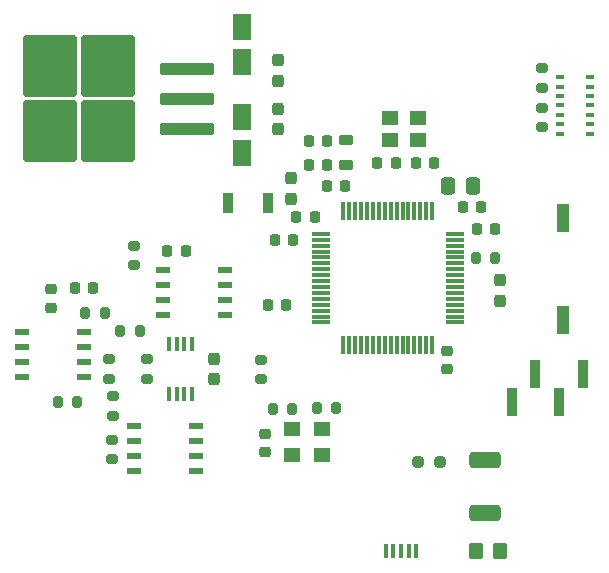
<source format=gbr>
%TF.GenerationSoftware,KiCad,Pcbnew,7.0.2*%
%TF.CreationDate,2023-11-25T19:49:37-03:00*%
%TF.ProjectId,Schematic_monitor,53636865-6d61-4746-9963-5f6d6f6e6974,rev?*%
%TF.SameCoordinates,Original*%
%TF.FileFunction,Paste,Top*%
%TF.FilePolarity,Positive*%
%FSLAX45Y45*%
G04 Gerber Fmt 4.5, Leading zero omitted, Abs format (unit mm)*
G04 Created by KiCad (PCBNEW 7.0.2) date 2023-11-25 19:49:37*
%MOMM*%
%LPD*%
G01*
G04 APERTURE LIST*
G04 Aperture macros list*
%AMRoundRect*
0 Rectangle with rounded corners*
0 $1 Rounding radius*
0 $2 $3 $4 $5 $6 $7 $8 $9 X,Y pos of 4 corners*
0 Add a 4 corners polygon primitive as box body*
4,1,4,$2,$3,$4,$5,$6,$7,$8,$9,$2,$3,0*
0 Add four circle primitives for the rounded corners*
1,1,$1+$1,$2,$3*
1,1,$1+$1,$4,$5*
1,1,$1+$1,$6,$7*
1,1,$1+$1,$8,$9*
0 Add four rect primitives between the rounded corners*
20,1,$1+$1,$2,$3,$4,$5,0*
20,1,$1+$1,$4,$5,$6,$7,0*
20,1,$1+$1,$6,$7,$8,$9,0*
20,1,$1+$1,$8,$9,$2,$3,0*%
G04 Aperture macros list end*
%ADD10R,1.120000X2.440000*%
%ADD11RoundRect,0.200000X-0.275000X0.200000X-0.275000X-0.200000X0.275000X-0.200000X0.275000X0.200000X0*%
%ADD12RoundRect,0.237500X-0.237500X0.287500X-0.237500X-0.287500X0.237500X-0.287500X0.237500X0.287500X0*%
%ADD13RoundRect,0.250000X0.350000X0.450000X-0.350000X0.450000X-0.350000X-0.450000X0.350000X-0.450000X0*%
%ADD14RoundRect,0.200000X0.200000X0.275000X-0.200000X0.275000X-0.200000X-0.275000X0.200000X-0.275000X0*%
%ADD15RoundRect,0.200000X0.275000X-0.200000X0.275000X0.200000X-0.275000X0.200000X-0.275000X-0.200000X0*%
%ADD16R,1.400000X1.200000*%
%ADD17RoundRect,0.225000X-0.225000X-0.250000X0.225000X-0.250000X0.225000X0.250000X-0.225000X0.250000X0*%
%ADD18RoundRect,0.237500X0.250000X0.237500X-0.250000X0.237500X-0.250000X-0.237500X0.250000X-0.237500X0*%
%ADD19RoundRect,0.225000X0.225000X0.250000X-0.225000X0.250000X-0.225000X-0.250000X0.225000X-0.250000X0*%
%ADD20RoundRect,0.250000X-0.337500X-0.475000X0.337500X-0.475000X0.337500X0.475000X-0.337500X0.475000X0*%
%ADD21RoundRect,0.237500X0.237500X-0.300000X0.237500X0.300000X-0.237500X0.300000X-0.237500X-0.300000X0*%
%ADD22RoundRect,0.075000X-0.075000X0.700000X-0.075000X-0.700000X0.075000X-0.700000X0.075000X0.700000X0*%
%ADD23RoundRect,0.075000X-0.700000X0.075000X-0.700000X-0.075000X0.700000X-0.075000X0.700000X0.075000X0*%
%ADD24R,0.450000X1.300000*%
%ADD25RoundRect,0.218750X-0.218750X-0.256250X0.218750X-0.256250X0.218750X0.256250X-0.218750X0.256250X0*%
%ADD26R,1.600000X2.200000*%
%ADD27R,0.381000X1.219200*%
%ADD28R,0.900000X1.700000*%
%ADD29R,1.257300X0.508000*%
%ADD30RoundRect,0.225000X-0.250000X0.225000X-0.250000X-0.225000X0.250000X-0.225000X0.250000X0.225000X0*%
%ADD31RoundRect,0.250000X2.050000X0.300000X-2.050000X0.300000X-2.050000X-0.300000X2.050000X-0.300000X0*%
%ADD32RoundRect,0.250000X2.025000X2.375000X-2.025000X2.375000X-2.025000X-2.375000X2.025000X-2.375000X0*%
%ADD33RoundRect,0.218750X-0.381250X0.218750X-0.381250X-0.218750X0.381250X-0.218750X0.381250X0.218750X0*%
%ADD34RoundRect,0.237500X0.237500X-0.287500X0.237500X0.287500X-0.237500X0.287500X-0.237500X-0.287500X0*%
%ADD35RoundRect,0.200000X-0.200000X-0.275000X0.200000X-0.275000X0.200000X0.275000X-0.200000X0.275000X0*%
%ADD36R,0.850000X2.350000*%
%ADD37R,0.711200X0.304800*%
%ADD38RoundRect,0.250000X-1.075000X0.425000X-1.075000X-0.425000X1.075000X-0.425000X1.075000X0.425000X0*%
G04 APERTURE END LIST*
D10*
%TO.C,SW2*%
X18057792Y-13110996D03*
X18057792Y-13971996D03*
%TD*%
D11*
%TO.C,R2*%
X14247792Y-14622284D03*
X14247792Y-14787284D03*
%TD*%
D12*
%TO.C,FB2*%
X15642192Y-12185596D03*
X15642192Y-12360596D03*
%TD*%
D13*
%TO.C,R10*%
X17524292Y-15931996D03*
X17324292Y-15931996D03*
%TD*%
D14*
%TO.C,R14*%
X15766292Y-14725496D03*
X15601292Y-14725496D03*
%TD*%
D15*
%TO.C,R7*%
X14212792Y-14472284D03*
X14212792Y-14307284D03*
%TD*%
D16*
%TO.C,Y1*%
X16829792Y-12262996D03*
X16589792Y-12262996D03*
X16589792Y-12452996D03*
X16829792Y-12452996D03*
%TD*%
D14*
%TO.C,R1*%
X17483292Y-13447996D03*
X17318292Y-13447996D03*
%TD*%
D17*
%TO.C,C7*%
X17329292Y-13203996D03*
X17484292Y-13203996D03*
%TD*%
D18*
%TO.C,R15*%
X17016042Y-15177496D03*
X16833542Y-15177496D03*
%TD*%
D19*
%TO.C,C3*%
X16060292Y-12660996D03*
X15905292Y-12660996D03*
%TD*%
D11*
%TO.C,R12*%
X17881792Y-12179396D03*
X17881792Y-12344396D03*
%TD*%
D20*
%TO.C,C5*%
X17088042Y-12839996D03*
X17295542Y-12839996D03*
%TD*%
D21*
%TO.C,C15*%
X15106592Y-14474234D03*
X15106592Y-14301734D03*
%TD*%
D22*
%TO.C,U1*%
X16948792Y-13053496D03*
X16898792Y-13053496D03*
X16848792Y-13053496D03*
X16798792Y-13053496D03*
X16748792Y-13053496D03*
X16698792Y-13053496D03*
X16648792Y-13053496D03*
X16598792Y-13053496D03*
X16548792Y-13053496D03*
X16498792Y-13053496D03*
X16448792Y-13053496D03*
X16398792Y-13053496D03*
X16348792Y-13053496D03*
X16298792Y-13053496D03*
X16248792Y-13053496D03*
X16198792Y-13053496D03*
D23*
X16006292Y-13245996D03*
X16006292Y-13295996D03*
X16006292Y-13345996D03*
X16006292Y-13395996D03*
X16006292Y-13445996D03*
X16006292Y-13495996D03*
X16006292Y-13545996D03*
X16006292Y-13595996D03*
X16006292Y-13645996D03*
X16006292Y-13695996D03*
X16006292Y-13745996D03*
X16006292Y-13795996D03*
X16006292Y-13845996D03*
X16006292Y-13895996D03*
X16006292Y-13945996D03*
X16006292Y-13995996D03*
D22*
X16198792Y-14188496D03*
X16248792Y-14188496D03*
X16298792Y-14188496D03*
X16348792Y-14188496D03*
X16398792Y-14188496D03*
X16448792Y-14188496D03*
X16498792Y-14188496D03*
X16548792Y-14188496D03*
X16598792Y-14188496D03*
X16648792Y-14188496D03*
X16698792Y-14188496D03*
X16748792Y-14188496D03*
X16798792Y-14188496D03*
X16848792Y-14188496D03*
X16898792Y-14188496D03*
X16948792Y-14188496D03*
D23*
X17141292Y-13995996D03*
X17141292Y-13945996D03*
X17141292Y-13895996D03*
X17141292Y-13845996D03*
X17141292Y-13795996D03*
X17141292Y-13745996D03*
X17141292Y-13695996D03*
X17141292Y-13645996D03*
X17141292Y-13595996D03*
X17141292Y-13545996D03*
X17141292Y-13495996D03*
X17141292Y-13445996D03*
X17141292Y-13395996D03*
X17141292Y-13345996D03*
X17141292Y-13295996D03*
X17141292Y-13245996D03*
%TD*%
D19*
%TO.C,C14*%
X16640292Y-12644996D03*
X16485292Y-12644996D03*
%TD*%
D24*
%TO.C,J2*%
X16816292Y-15934996D03*
X16751292Y-15934996D03*
X16686292Y-15934996D03*
X16621292Y-15934996D03*
X16556292Y-15934996D03*
%TD*%
D14*
%TO.C,R6*%
X14178292Y-13918784D03*
X14013292Y-13918784D03*
%TD*%
D25*
%TO.C,D3*%
X14704042Y-13388496D03*
X14861542Y-13388496D03*
%TD*%
D26*
%TO.C,C1*%
X15338392Y-12257696D03*
X15338392Y-12557696D03*
%TD*%
D27*
%TO.C,U5*%
X14721292Y-14603874D03*
X14786292Y-14603874D03*
X14851292Y-14603874D03*
X14916292Y-14603874D03*
X14916292Y-14179694D03*
X14851292Y-14179694D03*
X14786292Y-14179694D03*
X14721292Y-14179694D03*
%TD*%
D19*
%TO.C,C8*%
X15772792Y-13296996D03*
X15617792Y-13296996D03*
%TD*%
D11*
%TO.C,R11*%
X17883792Y-11842396D03*
X17883792Y-12007396D03*
%TD*%
D28*
%TO.C,SW1*%
X15222000Y-12981000D03*
X15562000Y-12981000D03*
%TD*%
D29*
%TO.C,U8*%
X14669537Y-13551284D03*
X14669537Y-13678284D03*
X14669537Y-13805284D03*
X14669537Y-13932284D03*
X15194047Y-13932284D03*
X15194047Y-13805284D03*
X15194047Y-13678284D03*
X15194047Y-13551284D03*
%TD*%
D26*
%TO.C,C2*%
X15338392Y-11793296D03*
X15338392Y-11493296D03*
%TD*%
D30*
%TO.C,C16*%
X13725792Y-13716284D03*
X13725792Y-13871284D03*
%TD*%
D19*
%TO.C,C4*%
X16214792Y-12844496D03*
X16059792Y-12844496D03*
%TD*%
D17*
%TO.C,C13*%
X16809292Y-12646996D03*
X16964292Y-12646996D03*
%TD*%
D19*
%TO.C,C17*%
X14079292Y-13702784D03*
X13924292Y-13702784D03*
%TD*%
D31*
%TO.C,U2*%
X14874492Y-12354496D03*
X14874492Y-12100496D03*
D32*
X14201992Y-12377996D03*
X14201992Y-11822996D03*
X13716992Y-12377996D03*
X13716992Y-11822996D03*
D31*
X14874492Y-11846496D03*
%TD*%
D19*
%TO.C,C9*%
X15713792Y-13851996D03*
X15558792Y-13851996D03*
%TD*%
D30*
%TO.C,C18*%
X15535792Y-14941996D03*
X15535792Y-15096996D03*
%TD*%
D33*
%TO.C,FB3*%
X16220792Y-12453746D03*
X16220792Y-12666246D03*
%TD*%
D34*
%TO.C,FB1*%
X15643192Y-11948096D03*
X15643192Y-11773096D03*
%TD*%
D14*
%TO.C,R5*%
X13945292Y-14673784D03*
X13780292Y-14673784D03*
%TD*%
D17*
%TO.C,C6*%
X17212292Y-13018996D03*
X17367292Y-13018996D03*
%TD*%
D35*
%TO.C,R8*%
X14309292Y-14071784D03*
X14474292Y-14071784D03*
%TD*%
D12*
%TO.C,D2*%
X17526792Y-13636496D03*
X17526792Y-13811496D03*
%TD*%
D19*
%TO.C,C11*%
X16062292Y-12456996D03*
X15907292Y-12456996D03*
%TD*%
D15*
%TO.C,R9*%
X14425792Y-13512284D03*
X14425792Y-13347284D03*
%TD*%
D35*
%TO.C,R13*%
X15972292Y-14718496D03*
X16137292Y-14718496D03*
%TD*%
D36*
%TO.C,J1*%
X17624392Y-14665896D03*
X17824392Y-14430896D03*
X18024392Y-14665896D03*
X18224392Y-14430896D03*
%TD*%
D12*
%TO.C,D1*%
X15752792Y-12773246D03*
X15752792Y-12948246D03*
%TD*%
D11*
%TO.C,R3*%
X14235792Y-14990284D03*
X14235792Y-15155284D03*
%TD*%
%TO.C,R4*%
X14531592Y-14309484D03*
X14531592Y-14474484D03*
%TD*%
D16*
%TO.C,U3*%
X16016792Y-14901246D03*
X15762792Y-14901246D03*
X15762792Y-15121246D03*
X16016792Y-15121246D03*
%TD*%
D30*
%TO.C,C10*%
X17075792Y-14235496D03*
X17075792Y-14390496D03*
%TD*%
D29*
%TO.C,U7*%
X14001047Y-14454284D03*
X14001047Y-14327284D03*
X14001047Y-14200284D03*
X14001047Y-14073284D03*
X13476537Y-14073284D03*
X13476537Y-14200284D03*
X13476537Y-14327284D03*
X13476537Y-14454284D03*
%TD*%
%TO.C,U6*%
X14422282Y-14871284D03*
X14422282Y-14998284D03*
X14422282Y-15125284D03*
X14422282Y-15252284D03*
X14946792Y-15252284D03*
X14946792Y-15125284D03*
X14946792Y-14998284D03*
X14946792Y-14871284D03*
%TD*%
D37*
%TO.C,U4*%
X18030792Y-11918896D03*
X18030792Y-11998896D03*
X18030792Y-12078896D03*
X18030792Y-12158896D03*
X18030792Y-12238896D03*
X18030792Y-12318896D03*
X18030792Y-12398896D03*
X18289872Y-12398896D03*
X18289872Y-12318896D03*
X18289872Y-12238896D03*
X18289872Y-12158896D03*
X18289872Y-12078896D03*
X18289872Y-11998896D03*
X18289872Y-11918896D03*
%TD*%
D38*
%TO.C,D4*%
X17397292Y-15161996D03*
X17397292Y-15611996D03*
%TD*%
D15*
%TO.C,Rg1*%
X15502792Y-14476284D03*
X15502792Y-14311284D03*
%TD*%
D19*
%TO.C,C12*%
X15800292Y-13105496D03*
X15955292Y-13105496D03*
%TD*%
M02*

</source>
